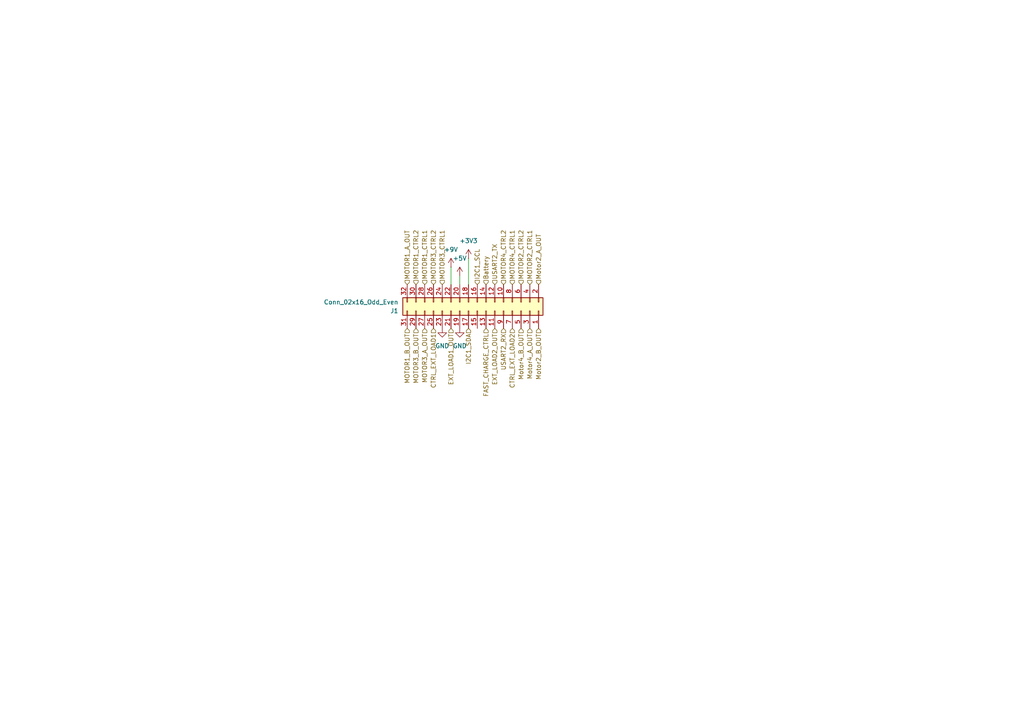
<source format=kicad_sch>
(kicad_sch (version 20250114) (generator "eeschema") (generator_version "9.0")
  (paper "A4")
  (title_block (title "EEE3088F Project PCB Design") (date "2025-03-24") (company "University of Cape Town") (comment 3 "         Emmanual Basua") (comment 4 "Authors: Nejdet Demirtas"))
  (lib_symbols
    (symbol "Connector_Generic:Conn_02x16_Odd_Even" (pin_names (offset 1.016) (hide yes))
      (property "Reference" "J" (at 1.27 20.32 0))
      (property "Value" "Conn_02x16_Odd_Even" (at 1.27 -22.86 0))
      (symbol "Conn_02x16_Odd_Even_1_1"
        (rectangle (start -1.27 19.05) (end 3.81 -21.59) (stroke (width 0.254)) (fill (type background)))
        (rectangle (start -1.27 17.907) (end 0 17.653) (stroke (width 0.1524)))
        (rectangle (start -1.27 15.367) (end 0 15.113) (stroke (width 0.1524)))
        (rectangle (start -1.27 12.827) (end 0 12.573) (stroke (width 0.1524)))
        (rectangle (start -1.27 10.287) (end 0 10.033) (stroke (width 0.1524)))
        (rectangle (start -1.27 7.747) (end 0 7.493) (stroke (width 0.1524)))
        (rectangle (start -1.27 5.207) (end 0 4.953) (stroke (width 0.1524)))
        (rectangle (start -1.27 2.667) (end 0 2.413) (stroke (width 0.1524)))
        (rectangle (start -1.27 0.127) (end 0 -0.127) (stroke (width 0.1524)))
        (rectangle (start -1.27 -2.413) (end 0 -2.667) (stroke (width 0.1524)))
        (rectangle (start -1.27 -4.953) (end 0 -5.207) (stroke (width 0.1524)))
        (rectangle (start -1.27 -7.493) (end 0 -7.747) (stroke (width 0.1524)))
        (rectangle (start -1.27 -10.033) (end 0 -10.287) (stroke (width 0.1524)))
        (rectangle (start -1.27 -12.573) (end 0 -12.827) (stroke (width 0.1524)))
        (rectangle (start -1.27 -15.113) (end 0 -15.367) (stroke (width 0.1524)))
        (rectangle (start -1.27 -17.653) (end 0 -17.907) (stroke (width 0.1524)))
        (rectangle (start -1.27 -20.193) (end 0 -20.447) (stroke (width 0.1524)))
        (rectangle (start 3.81 17.907) (end 2.54 17.653) (stroke (width 0.1524)))
        (rectangle (start 3.81 15.367) (end 2.54 15.113) (stroke (width 0.1524)))
        (rectangle (start 3.81 12.827) (end 2.54 12.573) (stroke (width 0.1524)))
        (rectangle (start 3.81 10.287) (end 2.54 10.033) (stroke (width 0.1524)))
        (rectangle (start 3.81 7.747) (end 2.54 7.493) (stroke (width 0.1524)))
        (rectangle (start 3.81 5.207) (end 2.54 4.953) (stroke (width 0.1524)))
        (rectangle (start 3.81 2.667) (end 2.54 2.413) (stroke (width 0.1524)))
        (rectangle (start 3.81 0.127) (end 2.54 -0.127) (stroke (width 0.1524)))
        (rectangle (start 3.81 -2.413) (end 2.54 -2.667) (stroke (width 0.1524)))
        (rectangle (start 3.81 -4.953) (end 2.54 -5.207) (stroke (width 0.1524)))
        (rectangle (start 3.81 -7.493) (end 2.54 -7.747) (stroke (width 0.1524)))
        (rectangle (start 3.81 -10.033) (end 2.54 -10.287) (stroke (width 0.1524)))
        (rectangle (start 3.81 -12.573) (end 2.54 -12.827) (stroke (width 0.1524)))
        (rectangle (start 3.81 -15.113) (end 2.54 -15.367) (stroke (width 0.1524)))
        (rectangle (start 3.81 -17.653) (end 2.54 -17.907) (stroke (width 0.1524)))
        (rectangle (start 3.81 -20.193) (end 2.54 -20.447) (stroke (width 0.1524)))
        (pin passive line (at -5.08 17.78 0) (length 3.81) (name "Pin_1") (number "1"))
        (pin passive line (at -5.08 15.24 0) (length 3.81) (name "Pin_3") (number "3"))
        (pin passive line (at -5.08 12.7 0) (length 3.81) (name "Pin_5") (number "5"))
        (pin passive line (at -5.08 10.16 0) (length 3.81) (name "Pin_7") (number "7"))
        (pin passive line (at -5.08 7.62 0) (length 3.81) (name "Pin_9") (number "9"))
        (pin passive line (at -5.08 5.08 0) (length 3.81) (name "Pin_11") (number "11"))
        (pin passive line (at -5.08 2.54 0) (length 3.81) (name "Pin_13") (number "13"))
        (pin passive line (at -5.08 0 0) (length 3.81) (name "Pin_15") (number "15"))
        (pin passive line (at -5.08 -2.54 0) (length 3.81) (name "Pin_17") (number "17"))
        (pin passive line (at -5.08 -5.08 0) (length 3.81) (name "Pin_19") (number "19"))
        (pin passive line (at -5.08 -7.62 0) (length 3.81) (name "Pin_21") (number "21"))
        (pin passive line (at -5.08 -10.16 0) (length 3.81) (name "Pin_23") (number "23"))
        (pin passive line (at -5.08 -12.7 0) (length 3.81) (name "Pin_25") (number "25"))
        (pin passive line (at -5.08 -15.24 0) (length 3.81) (name "Pin_27") (number "27"))
        (pin passive line (at -5.08 -17.78 0) (length 3.81) (name "Pin_29") (number "29"))
        (pin passive line (at -5.08 -20.32 0) (length 3.81) (name "Pin_31") (number "31"))
        (pin passive line (at 7.62 17.78 180) (length 3.81) (name "Pin_2") (number "2"))
        (pin passive line (at 7.62 15.24 180) (length 3.81) (name "Pin_4") (number "4"))
        (pin passive line (at 7.62 12.7 180) (length 3.81) (name "Pin_6") (number "6"))
        (pin passive line (at 7.62 10.16 180) (length 3.81) (name "Pin_8") (number "8"))
        (pin passive line (at 7.62 7.62 180) (length 3.81) (name "Pin_10") (number "10"))
        (pin passive line (at 7.62 5.08 180) (length 3.81) (name "Pin_12") (number "12"))
        (pin passive line (at 7.62 2.54 180) (length 3.81) (name "Pin_14") (number "14"))
        (pin passive line (at 7.62 0 180) (length 3.81) (name "Pin_16") (number "16"))
        (pin passive line (at 7.62 -2.54 180) (length 3.81) (name "Pin_18") (number "18"))
        (pin passive line (at 7.62 -5.08 180) (length 3.81) (name "Pin_20") (number "20"))
        (pin passive line (at 7.62 -7.62 180) (length 3.81) (name "Pin_22") (number "22"))
        (pin passive line (at 7.62 -10.16 180) (length 3.81) (name "Pin_24") (number "24"))
        (pin passive line (at 7.62 -12.7 180) (length 3.81) (name "Pin_26") (number "26"))
        (pin passive line (at 7.62 -15.24 180) (length 3.81) (name "Pin_28") (number "28"))
        (pin passive line (at 7.62 -17.78 180) (length 3.81) (name "Pin_30") (number "30"))
        (pin passive line (at 7.62 -20.32 180) (length 3.81) (name "Pin_32") (number "32"))
      )
    )
    (symbol "power:+3V3" (power) (pin_numbers (hide yes)) (pin_names (offset 0) (hide yes))
      (property "Value" "+3V3" (at 0 3.556 0))
      (symbol "+3V3_0_1"
        (polyline (pts (xy -0.762 1.27) (xy 0 2.54)))
        (polyline (pts (xy 0 2.54) (xy 0.762 1.27)))
        (polyline (pts (xy 0 0) (xy 0 2.54)))
      )
      (symbol "+3V3_1_1"
        (pin power_in line (at 0 0 90) (length 0) (name "~") (number "1"))
      )
    )
    (symbol "power:+5V" (power) (pin_numbers (hide yes)) (pin_names (offset 0) (hide yes))
      (property "Value" "+5V" (at 0 3.556 0))
      (symbol "+5V_0_1"
        (polyline (pts (xy -0.762 1.27) (xy 0 2.54)))
        (polyline (pts (xy 0 2.54) (xy 0.762 1.27)))
        (polyline (pts (xy 0 0) (xy 0 2.54)))
      )
      (symbol "+5V_1_1"
        (pin power_in line (at 0 0 90) (length 0) (name "~") (number "1"))
      )
    )
    (symbol "power:+9V" (power) (pin_numbers (hide yes)) (pin_names (offset 0) (hide yes))
      (property "Value" "+9V" (at 0 3.556 0))
      (symbol "+9V_0_1"
        (polyline (pts (xy -0.762 1.27) (xy 0 2.54)))
        (polyline (pts (xy 0 2.54) (xy 0.762 1.27)))
        (polyline (pts (xy 0 0) (xy 0 2.54)))
      )
      (symbol "+9V_1_1"
        (pin power_in line (at 0 0 90) (length 0) (name "~") (number "1"))
      )
    )
    (symbol "power:GND" (power) (pin_numbers (hide yes)) (pin_names (offset 0) (hide yes))
      (property "Value" "GND" (at 0 -3.81 0))
      (symbol "GND_0_1"
        (polyline (pts (xy 0 0) (xy 0 -1.27) (xy 1.27 -1.27) (xy 0 -2.54) (xy -1.27 -1.27) (xy 0 -1.27)))
      )
      (symbol "GND_1_1"
        (pin power_in line (at 0 0 270) (length 0) (name "~") (number "1"))
      )
    )
  )
  (wire (pts (xy 133.35 80.01) (xy 133.35 82.55)))
  (wire (pts (xy 135.89 74.93) (xy 135.89 82.55)))
  (wire (pts (xy 130.81 77.47) (xy 130.81 82.55)))
  (hierarchical_label "I2C1_SCL" (shape input) (at 138.43 82.55 90))
  (hierarchical_label "MOTOR3_CTRL1" (shape input) (at 128.27 82.55 90))
  (hierarchical_label "EXT_LOAD1_OUT" (shape input) (at 130.81 95.25 270))
  (hierarchical_label "Motor4_A_OUT" (shape input) (at 153.67 95.25 270))
  (hierarchical_label "MOTOR3_A_OUT" (shape input) (at 123.19 95.25 270))
  (hierarchical_label "MOTOR1_CTRL2" (shape input) (at 120.65 82.55 90))
  (hierarchical_label "MOTOR1_CTRL1" (shape input) (at 123.19 82.55 90))
  (hierarchical_label "I2C1_SDA" (shape input) (at 135.89 95.25 270))
  (hierarchical_label "CTRL_EXT_LOAD2" (shape input) (at 148.59 95.25 270))
  (hierarchical_label "MOTOR3_B_OUT" (shape input) (at 120.65 95.25 270))
  (hierarchical_label "FAST_CHARGE_CTRL" (shape input) (at 140.97 95.25 270))
  (hierarchical_label "CTRL_EXT_LOAD1" (shape input) (at 125.73 95.25 270))
  (hierarchical_label "MOTOR1_A_OUT" (shape input) (at 118.11 82.55 90))
  (hierarchical_label "Motor2_A_OUT" (shape input) (at 156.21 82.55 90))
  (hierarchical_label "Battery" (shape input) (at 140.97 82.55 90))
  (hierarchical_label "USART2_RX" (shape input) (at 146.05 95.25 270))
  (hierarchical_label "MOTOR2_CTRL2" (shape input) (at 151.13 82.55 90))
  (hierarchical_label "MOTOR3_CTRL2" (shape input) (at 125.73 82.55 90))
  (hierarchical_label "MOTOR1_B_OUT" (shape input) (at 118.11 95.25 270))
  (hierarchical_label "MOTOR2_CTRL1" (shape input) (at 153.67 82.55 90))
  (hierarchical_label "Motor4_B_OUT" (shape input) (at 151.13 95.25 270))
  (hierarchical_label "USART2_TX" (shape input) (at 143.51 82.55 90))
  (hierarchical_label "Motor2_B_OUT" (shape input) (at 156.21 95.25 270))
  (hierarchical_label "EXT_LOAD2_OUT" (shape input) (at 143.51 95.25 270))
  (hierarchical_label "MOTOR4_CTRL2" (shape input) (at 146.05 82.55 90))
  (hierarchical_label "MOTOR4_CTRL1" (shape input) (at 148.59 82.55 90))
  (symbol (lib_id "power:+5V") (at 133.35 80.01 0) (unit 1)
    (property "Reference" "#PWR03" (effects (hide yes)))
    (property "Value" "+5V" (at 133.35 74.93 0))
    (property "Description" "Power symbol creates a global label with name \"+5V\"" (effects (hide yes)))
  )
  (symbol (lib_id "power:+9V") (at 130.81 77.47 0) (unit 1)
    (property "Reference" "#PWR02" (effects (hide yes)))
    (property "Value" "+9V" (at 130.81 72.39 0))
    (property "Description" "Power symbol creates a global label with name \"+9V\"" (effects (hide yes)))
  )
  (symbol (lib_id "power:+3V3") (at 135.89 74.93 0) (unit 1)
    (property "Reference" "#PWR05" (effects (hide yes)))
    (property "Value" "+3V3" (at 135.89 69.85 0))
    (property "Description" "Power symbol creates a global label with name \"+3V3\"" (effects (hide yes)))
  )
  (symbol (lib_id "Connector_Generic:Conn_02x16_Odd_Even") (at 138.43 90.17 270) (mirror x) (unit 1)
    (property "Reference" "J1" (at 115.57 90.1701 90) (effects (justify right)))
    (property "Value" "Conn_02x16_Odd_Even" (at 115.57 87.6301 90) (effects (justify right)))
    (property "Description" "Generic connector, double row, 02x16, odd/even pin numbering scheme (row 1 odd numbers, row 2 even numbers), script generated (kicad-library-utils/schlib/autogen/connector/)" (effects (hide yes)))
  )
  (symbol (lib_id "power:GND") (at 128.27 95.25 0) (unit 1)
    (property "Reference" "#PWR01" (effects (hide yes)))
    (property "Value" "GND" (at 128.27 100.33 0))
    (property "Description" "Power symbol creates a global label with name \"GND\" , ground" (effects (hide yes)))
  )
  (symbol (lib_id "power:GND") (at 133.35 95.25 0) (unit 1)
    (property "Reference" "#PWR04" (effects (hide yes)))
    (property "Value" "GND" (at 133.35 100.33 0))
    (property "Description" "Power symbol creates a global label with name \"GND\" , ground" (effects (hide yes)))
  )
)
</source>
